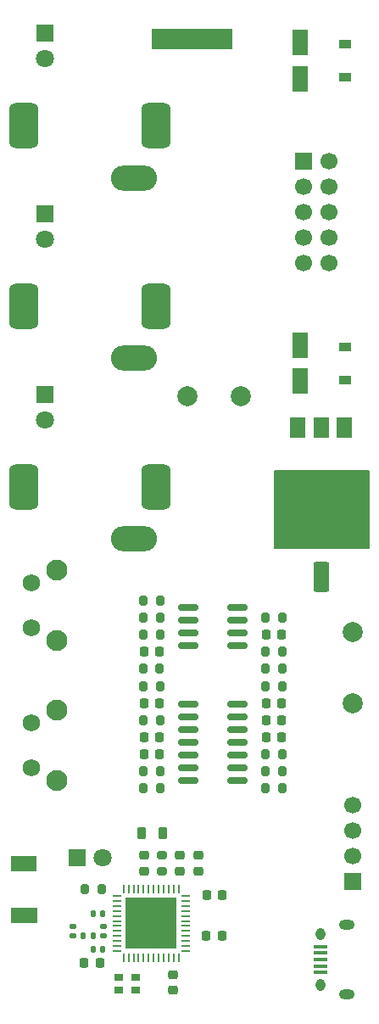
<source format=gbr>
%TF.GenerationSoftware,KiCad,Pcbnew,(6.0.4)*%
%TF.CreationDate,2022-03-21T16:46:14+00:00*%
%TF.ProjectId,Ball_Base_Components,42616c6c-5f42-4617-9365-5f436f6d706f,rev?*%
%TF.SameCoordinates,Original*%
%TF.FileFunction,Soldermask,Top*%
%TF.FilePolarity,Negative*%
%FSLAX46Y46*%
G04 Gerber Fmt 4.6, Leading zero omitted, Abs format (unit mm)*
G04 Created by KiCad (PCBNEW (6.0.4)) date 2022-03-21 16:46:14*
%MOMM*%
%LPD*%
G01*
G04 APERTURE LIST*
G04 Aperture macros list*
%AMRoundRect*
0 Rectangle with rounded corners*
0 $1 Rounding radius*
0 $2 $3 $4 $5 $6 $7 $8 $9 X,Y pos of 4 corners*
0 Add a 4 corners polygon primitive as box body*
4,1,4,$2,$3,$4,$5,$6,$7,$8,$9,$2,$3,0*
0 Add four circle primitives for the rounded corners*
1,1,$1+$1,$2,$3*
1,1,$1+$1,$4,$5*
1,1,$1+$1,$6,$7*
1,1,$1+$1,$8,$9*
0 Add four rect primitives between the rounded corners*
20,1,$1+$1,$2,$3,$4,$5,0*
20,1,$1+$1,$4,$5,$6,$7,0*
20,1,$1+$1,$6,$7,$8,$9,0*
20,1,$1+$1,$8,$9,$2,$3,0*%
G04 Aperture macros list end*
%ADD10C,0.150000*%
%ADD11C,0.100000*%
%ADD12C,0.010000*%
%ADD13RoundRect,0.200000X0.200000X0.275000X-0.200000X0.275000X-0.200000X-0.275000X0.200000X-0.275000X0*%
%ADD14R,1.800000X1.800000*%
%ADD15C,1.800000*%
%ADD16RoundRect,0.225000X0.225000X0.250000X-0.225000X0.250000X-0.225000X-0.250000X0.225000X-0.250000X0*%
%ADD17RoundRect,0.200000X-0.200000X-0.275000X0.200000X-0.275000X0.200000X0.275000X-0.200000X0.275000X0*%
%ADD18R,0.900000X0.800000*%
%ADD19RoundRect,0.225000X0.250000X-0.225000X0.250000X0.225000X-0.250000X0.225000X-0.250000X-0.225000X0*%
%ADD20RoundRect,0.225000X-0.250000X0.225000X-0.250000X-0.225000X0.250000X-0.225000X0.250000X0.225000X0*%
%ADD21C,2.000000*%
%ADD22R,1.700000X1.700000*%
%ADD23C,1.700000*%
%ADD24R,1.200000X0.900000*%
%ADD25O,0.950000X1.250000*%
%ADD26O,1.550000X1.000000*%
%ADD27R,1.350000X0.400000*%
%ADD28RoundRect,0.250000X0.550000X-1.050000X0.550000X1.050000X-0.550000X1.050000X-0.550000X-1.050000X0*%
%ADD29RoundRect,0.225000X-0.225000X-0.250000X0.225000X-0.250000X0.225000X0.250000X-0.225000X0.250000X0*%
%ADD30RoundRect,0.250000X-0.550000X1.250000X-0.550000X-1.250000X0.550000X-1.250000X0.550000X1.250000X0*%
%ADD31RoundRect,0.140000X0.170000X-0.140000X0.170000X0.140000X-0.170000X0.140000X-0.170000X-0.140000X0*%
%ADD32RoundRect,0.725000X-0.725000X1.575000X-0.725000X-1.575000X0.725000X-1.575000X0.725000X1.575000X0*%
%ADD33O,4.600000X2.500000*%
%ADD34RoundRect,0.062500X-0.062500X0.375000X-0.062500X-0.375000X0.062500X-0.375000X0.062500X0.375000X0*%
%ADD35RoundRect,0.062500X-0.375000X0.062500X-0.375000X-0.062500X0.375000X-0.062500X0.375000X0.062500X0*%
%ADD36R,5.150000X5.150000*%
%ADD37C,2.100000*%
%ADD38C,1.750000*%
%ADD39R,1.500000X2.000000*%
%ADD40R,3.800000X2.000000*%
%ADD41RoundRect,0.200000X-0.275000X0.200000X-0.275000X-0.200000X0.275000X-0.200000X0.275000X0.200000X0*%
%ADD42RoundRect,0.147500X0.147500X0.172500X-0.147500X0.172500X-0.147500X-0.172500X0.147500X-0.172500X0*%
%ADD43RoundRect,0.140000X0.140000X0.170000X-0.140000X0.170000X-0.140000X-0.170000X0.140000X-0.170000X0*%
%ADD44RoundRect,0.150000X-0.825000X-0.150000X0.825000X-0.150000X0.825000X0.150000X-0.825000X0.150000X0*%
%ADD45RoundRect,0.218750X-0.218750X-0.381250X0.218750X-0.381250X0.218750X0.381250X-0.218750X0.381250X0*%
%ADD46RoundRect,0.150000X0.825000X0.150000X-0.825000X0.150000X-0.825000X-0.150000X0.825000X-0.150000X0*%
%ADD47R,2.600000X1.500000*%
G04 APERTURE END LIST*
D10*
X152700000Y-101450000D02*
X162100000Y-101450000D01*
X162100000Y-101450000D02*
X162100000Y-109100000D01*
X162100000Y-109100000D02*
X152700000Y-109100000D01*
X152700000Y-109100000D02*
X152700000Y-101450000D01*
G36*
X152700000Y-101450000D02*
G01*
X162100000Y-101450000D01*
X162100000Y-109100000D01*
X152700000Y-109100000D01*
X152700000Y-101450000D01*
G37*
%TO.C,FID1*%
G36*
X148400000Y-59300000D02*
G01*
X140400000Y-59300000D01*
X140400000Y-57300000D01*
X148400000Y-57300000D01*
X148400000Y-59300000D01*
G37*
D11*
X148400000Y-59300000D02*
X140400000Y-59300000D01*
X140400000Y-57300000D01*
X148400000Y-57300000D01*
X148400000Y-59300000D01*
D12*
%TO.C,AE1*%
X126311250Y-146500000D02*
X128911250Y-146500000D01*
X128911250Y-146500000D02*
X128911250Y-145000000D01*
X128911250Y-145000000D02*
X126311250Y-145000000D01*
X126311250Y-145000000D02*
X126311250Y-146500000D01*
G36*
X126311250Y-146500000D02*
G01*
X128911250Y-146500000D01*
X128911250Y-145000000D01*
X126311250Y-145000000D01*
X126311250Y-146500000D01*
G37*
%TD*%
D13*
%TO.C,R5*%
X153425000Y-131400000D03*
X151775000Y-131400000D03*
%TD*%
D14*
%TO.C,D5*%
X129700000Y-75800000D03*
D15*
X129700000Y-78340000D03*
%TD*%
D16*
%TO.C,C8*%
X135211250Y-150500000D03*
X133661250Y-150500000D03*
%TD*%
D17*
%TO.C,R2*%
X139575000Y-131400000D03*
X141225000Y-131400000D03*
%TD*%
D14*
%TO.C,D3*%
X132960000Y-140000000D03*
D15*
X135500000Y-140000000D03*
%TD*%
D18*
%TO.C,Y1*%
X137111250Y-153225000D03*
X138761250Y-153225000D03*
X138761250Y-151975000D03*
X137111250Y-151975000D03*
%TD*%
D19*
%TO.C,C2*%
X143236250Y-141375000D03*
X143236250Y-139825000D03*
%TD*%
D20*
%TO.C,C7*%
X139636250Y-139825000D03*
X139636250Y-141375000D03*
%TD*%
D21*
%TO.C,TP3*%
X149300000Y-94000000D03*
%TD*%
D20*
%TO.C,C4*%
X142536250Y-151725000D03*
X142536250Y-153275000D03*
%TD*%
D14*
%TO.C,D4*%
X129700000Y-57725000D03*
D15*
X129700000Y-60265000D03*
%TD*%
D13*
%TO.C,R4*%
X153425000Y-133100000D03*
X151775000Y-133100000D03*
%TD*%
D14*
%TO.C,D6*%
X129700000Y-93800000D03*
D15*
X129700000Y-96340000D03*
%TD*%
D17*
%TO.C,R12*%
X139575000Y-116100000D03*
X141225000Y-116100000D03*
%TD*%
D21*
%TO.C,TP2*%
X160500000Y-117500000D03*
%TD*%
D22*
%TO.C,J2*%
X160500000Y-142380000D03*
D23*
X160500000Y-139840000D03*
X160500000Y-137300000D03*
X160500000Y-134760000D03*
%TD*%
D24*
%TO.C,D1*%
X159700000Y-92337500D03*
X159700000Y-89037500D03*
%TD*%
D25*
%TO.C,J3*%
X157215000Y-152700000D03*
X157215000Y-147700000D03*
D26*
X159915000Y-146700000D03*
D27*
X157215000Y-151500000D03*
X157215000Y-150850000D03*
X157215000Y-150200000D03*
X157215000Y-149550000D03*
X157215000Y-148900000D03*
D26*
X159915000Y-153700000D03*
%TD*%
D28*
%TO.C,C11*%
X155200000Y-62300000D03*
X155200000Y-58700000D03*
%TD*%
D29*
%TO.C,C6*%
X145861250Y-147800000D03*
X147411250Y-147800000D03*
%TD*%
D17*
%TO.C,R16*%
X139575000Y-114400000D03*
X141225000Y-114400000D03*
%TD*%
D19*
%TO.C,C1*%
X145036250Y-141375000D03*
X145036250Y-139825000D03*
%TD*%
D30*
%TO.C,C14*%
X157300000Y-107650000D03*
X157300000Y-112050000D03*
%TD*%
D31*
%TO.C,C12*%
X135536250Y-147850000D03*
X135536250Y-146890000D03*
%TD*%
D32*
%TO.C,J5*%
X127600000Y-85000000D03*
D33*
X138600000Y-90200000D03*
D32*
X140800000Y-85000000D03*
%TD*%
D21*
%TO.C,TP1*%
X160500000Y-124600000D03*
%TD*%
D29*
%TO.C,C21*%
X139600000Y-119500000D03*
X141150000Y-119500000D03*
%TD*%
%TO.C,C5*%
X145880000Y-143800000D03*
X147430000Y-143800000D03*
%TD*%
D17*
%TO.C,R17*%
X133750000Y-143210000D03*
X135400000Y-143210000D03*
%TD*%
%TO.C,R6*%
X139575000Y-133100000D03*
X141225000Y-133100000D03*
%TD*%
D32*
%TO.C,J6*%
X127600000Y-103000000D03*
D33*
X138600000Y-108200000D03*
D32*
X140800000Y-103000000D03*
%TD*%
D13*
%TO.C,R3*%
X153425000Y-129700000D03*
X151775000Y-129700000D03*
%TD*%
%TO.C,R15*%
X141225000Y-126300000D03*
X139575000Y-126300000D03*
%TD*%
D34*
%TO.C,U1*%
X143086250Y-143162500D03*
X142586250Y-143162500D03*
X142086250Y-143162500D03*
X141586250Y-143162500D03*
X141086250Y-143162500D03*
X140586250Y-143162500D03*
X140086250Y-143162500D03*
X139586250Y-143162500D03*
X139086250Y-143162500D03*
X138586250Y-143162500D03*
X138086250Y-143162500D03*
X137586250Y-143162500D03*
D35*
X136898750Y-143850000D03*
X136898750Y-144350000D03*
X136898750Y-144850000D03*
X136898750Y-145350000D03*
X136898750Y-145850000D03*
X136898750Y-146350000D03*
X136898750Y-146850000D03*
X136898750Y-147350000D03*
X136898750Y-147850000D03*
X136898750Y-148350000D03*
X136898750Y-148850000D03*
X136898750Y-149350000D03*
D34*
X137586250Y-150037500D03*
X138086250Y-150037500D03*
X138586250Y-150037500D03*
X139086250Y-150037500D03*
X139586250Y-150037500D03*
X140086250Y-150037500D03*
X140586250Y-150037500D03*
X141086250Y-150037500D03*
X141586250Y-150037500D03*
X142086250Y-150037500D03*
X142586250Y-150037500D03*
X143086250Y-150037500D03*
D35*
X143773750Y-149350000D03*
X143773750Y-148850000D03*
X143773750Y-148350000D03*
X143773750Y-147850000D03*
X143773750Y-147350000D03*
X143773750Y-146850000D03*
X143773750Y-146350000D03*
X143773750Y-145850000D03*
X143773750Y-145350000D03*
X143773750Y-144850000D03*
X143773750Y-144350000D03*
X143773750Y-143850000D03*
D36*
X140336250Y-146600000D03*
%TD*%
D37*
%TO.C,CONNECT1*%
X130890000Y-125340000D03*
X130890000Y-132350000D03*
D38*
X128400000Y-131100000D03*
X128400000Y-126600000D03*
%TD*%
D24*
%TO.C,D2*%
X159700000Y-62150000D03*
X159700000Y-58850000D03*
%TD*%
D13*
%TO.C,R14*%
X153425000Y-116100000D03*
X151775000Y-116100000D03*
%TD*%
D29*
%TO.C,C19*%
X151825000Y-117800000D03*
X153375000Y-117800000D03*
%TD*%
D39*
%TO.C,U2*%
X159600000Y-97100000D03*
D40*
X157300000Y-103400000D03*
D39*
X157300000Y-97100000D03*
X155000000Y-97100000D03*
%TD*%
D17*
%TO.C,R10*%
X139550000Y-121200000D03*
X141200000Y-121200000D03*
%TD*%
D29*
%TO.C,C22*%
X139625000Y-124600000D03*
X141175000Y-124600000D03*
%TD*%
D41*
%TO.C,R1*%
X141436250Y-139775000D03*
X141436250Y-141425000D03*
%TD*%
D16*
%TO.C,C20*%
X153375000Y-124600000D03*
X151825000Y-124600000D03*
%TD*%
D13*
%TO.C,R9*%
X153425000Y-121200000D03*
X151775000Y-121200000D03*
%TD*%
D22*
%TO.C,J1*%
X155562500Y-70500000D03*
D23*
X158102500Y-70500000D03*
X155562500Y-73040000D03*
X158102500Y-73040000D03*
X155562500Y-75580000D03*
X158102500Y-75580000D03*
X155562500Y-78120000D03*
X158102500Y-78120000D03*
X155562500Y-80660000D03*
X158102500Y-80660000D03*
%TD*%
D42*
%TO.C,L1*%
X134521250Y-147850000D03*
X133551250Y-147850000D03*
%TD*%
D43*
%TO.C,C9*%
X135516250Y-149200000D03*
X134556250Y-149200000D03*
%TD*%
D44*
%TO.C,U4*%
X144025000Y-115095000D03*
X144025000Y-116365000D03*
X144025000Y-117635000D03*
X144025000Y-118905000D03*
X148975000Y-118905000D03*
X148975000Y-117635000D03*
X148975000Y-116365000D03*
X148975000Y-115095000D03*
%TD*%
D17*
%TO.C,R11*%
X139575000Y-122900000D03*
X141225000Y-122900000D03*
%TD*%
D28*
%TO.C,C10*%
X155200000Y-92487500D03*
X155200000Y-88887500D03*
%TD*%
D37*
%TO.C,RESET1*%
X130890000Y-118350000D03*
X130890000Y-111340000D03*
D38*
X128400000Y-117100000D03*
X128400000Y-112600000D03*
%TD*%
D21*
%TO.C,TP4*%
X144000000Y-94000000D03*
%TD*%
D16*
%TO.C,C17*%
X141175000Y-129700000D03*
X139625000Y-129700000D03*
%TD*%
D29*
%TO.C,C15*%
X139625000Y-128000000D03*
X141175000Y-128000000D03*
%TD*%
D45*
%TO.C,L2*%
X139392500Y-137600000D03*
X141517500Y-137600000D03*
%TD*%
D13*
%TO.C,R8*%
X153425000Y-119500000D03*
X151775000Y-119500000D03*
%TD*%
D43*
%TO.C,C3*%
X135516250Y-145600000D03*
X134556250Y-145600000D03*
%TD*%
D31*
%TO.C,C13*%
X132536250Y-147820000D03*
X132536250Y-146860000D03*
%TD*%
D16*
%TO.C,C16*%
X153375000Y-128000000D03*
X151825000Y-128000000D03*
%TD*%
D17*
%TO.C,R13*%
X139575000Y-117800000D03*
X141225000Y-117800000D03*
%TD*%
D46*
%TO.C,U3*%
X148975000Y-132310000D03*
X148975000Y-131040000D03*
X148975000Y-129770000D03*
X148975000Y-128500000D03*
X148975000Y-127230000D03*
X148975000Y-125960000D03*
X148975000Y-124690000D03*
X144025000Y-124690000D03*
X144025000Y-125960000D03*
X144025000Y-127230000D03*
X144025000Y-128500000D03*
X144025000Y-129770000D03*
X144025000Y-131040000D03*
X144025000Y-132310000D03*
%TD*%
D32*
%TO.C,J4*%
X127600000Y-67000000D03*
D33*
X138600000Y-72200000D03*
D32*
X140800000Y-67000000D03*
%TD*%
D47*
%TO.C,AE1*%
X127611250Y-140650000D03*
%TD*%
D13*
%TO.C,R7*%
X153425000Y-122900000D03*
X151775000Y-122900000D03*
%TD*%
D16*
%TO.C,C18*%
X153375000Y-126300000D03*
X151825000Y-126300000D03*
%TD*%
M02*

</source>
